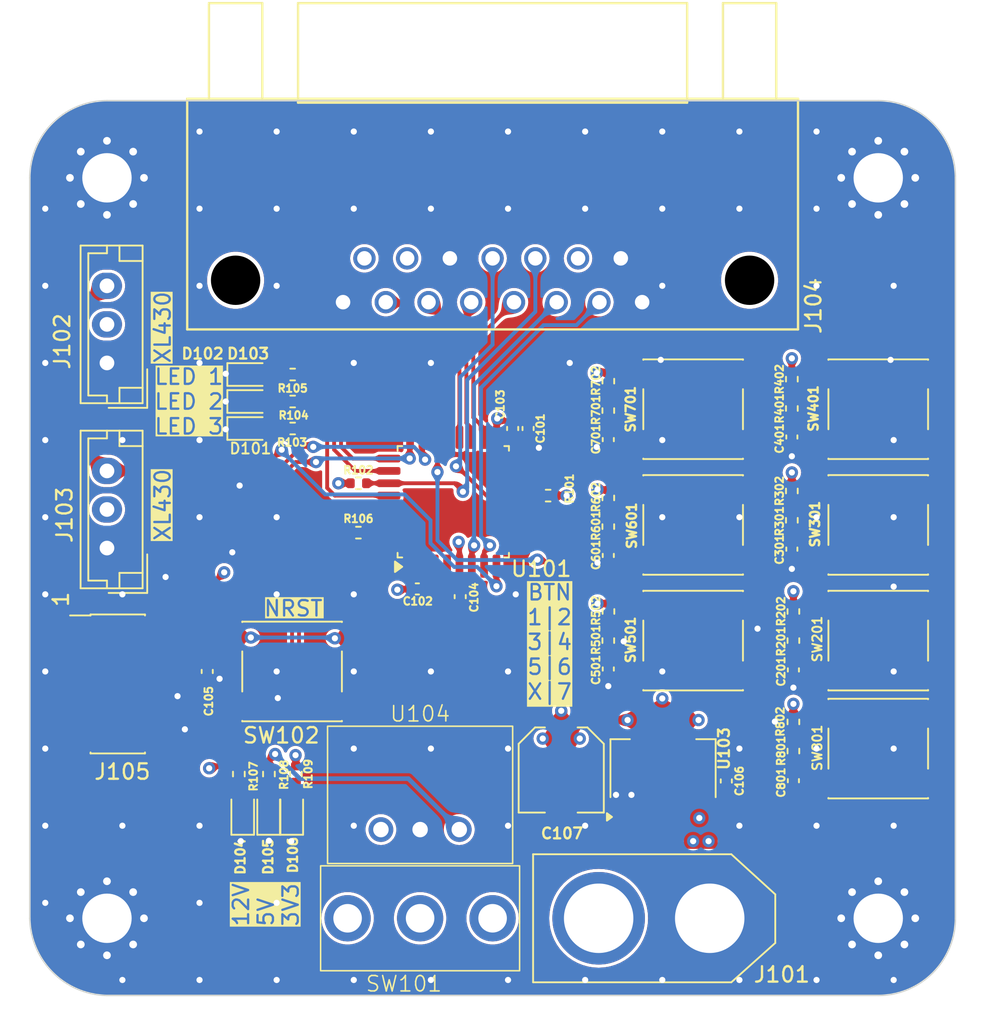
<source format=kicad_pcb>
(kicad_pcb (version 20240108) (generator "pcbnew") (generator_version "8.0")
  (layers (0 "F.Cu" signal) (1 "In1.Cu" signal "In1.Cu - Supply") (2 "In2.Cu" signal "In2.Cu - GND") (31 "B.Cu" signal) (34 "B.Paste" user) (35 "F.Paste" user) (36 "B.SilkS" user "B.Silkscreen") (37 "F.SilkS" user "F.Silkscreen") (38 "B.Mask" user) (39 "F.Mask" user) (44 "Edge.Cuts" user))
  (net 0 "")
  (net 1 "+3.3V")
  (net 2 "GND")
  (net 3 "NRST")
  (net 4 "+5V")
  (net 5 "BTN_1")
  (net 6 "BTN_2")
  (net 7 "BTN_3")
  (net 8 "BTN_4")
  (net 9 "BTN_5")
  (net 10 "BTN_6")
  (net 11 "BTN_7")
  (net 12 "Net-(D101-A)")
  (net 13 "Net-(D102-A)")
  (net 14 "Net-(D103-A)")
  (net 15 "Net-(D104-A)")
  (net 16 "Net-(D105-A)")
  (net 17 "Net-(D106-A)")
  (net 18 "Net-(J101-Pin_2)")
  (net 19 "+12V")
  (net 20 "UART_HD_XL430")
  (net 21 "PWM_TIM2_CH2")
  (net 22 "I2C_SCL")
  (net 23 "PWM_TIM1_CH2")
  (net 24 "PWM_TIM2_CH1")
  (net 25 "PWM_TIM1_CH4")
  (net 26 "PWM_TIM1_CH1")
  (net 27 "I2C_SDA")
  (net 28 "PWM_TIM1_CH3")
  (net 30 "UART_DEBUG_RX")
  (net 31 "SWDIO")
  (net 33 "UART_DEBUG_TX")
  (net 35 "SWCLK")
  (net 38 "LED1")
  (net 39 "LED2")
  (net 40 "LED3")
  (net 41 "Net-(U101-PH3)")
  (net 42 "Net-(SW201-A)")
  (net 43 "Net-(SW301-A)")
  (net 44 "Net-(SW401-A)")
  (net 45 "Net-(SW501-A)")
  (net 46 "Net-(SW601-A)")
  (net 47 "Net-(SW701-A)")
  (net 48 "Net-(SW801-A)")
  (footprint "Resistor_SMD:R_0402_1005Metric" (layer "F.Cu") (at 154.5 78.11 -90)
    (property "Reference" "R202")
    (property "Value" "10k")
  )
  (footprint "Button_Switch_SMD:SW_Push_1P1T_NO_6x6mm_H9.5mm" (layer "F.Cu") (at 148 72.5)
    (property "Reference" "SW601")
    (property "Value" "SW_SPST" (hide yes))
  )
  (footprint "Button_Switch_SMD:SW_Push_1P1T_NO_6x6mm_H9.5mm" (layer "F.Cu") (at 160 65)
    (property "Reference" "SW401")
    (property "Value" "SW_SPST" (hide yes))
  )
  (footprint "Resistor_SMD:R_0402_1005Metric" (layer "F.Cu") (at 142.5 70.75 -90)
    (property "Reference" "R602")
    (property "Value" "10k")
  )
  (footprint "Button_Switch_SMD:SW_Push_1P1T_NO_6x6mm_H9.5mm" (layer "F.Cu") (at 122 82)
    (property "Reference" "SW102")
    (property "Value" "SW_SPST")
  )
  (footprint "Package_TO_SOT_SMD:SOT-223-3_TabPin2" (layer "F.Cu") (at 146.05 88.3 90)
    (property "Reference" "U103")
    (property "Value" "AZ1117-3.3")
  )
  (footprint "Capacitor_SMD:C_0402_1005Metric" (layer "F.Cu") (at 137.3 66.25 -90)
    (property "Reference" "C101")
    (property "Value" "4u7")
  )
  (footprint "Resistor_SMD:R_0402_1005Metric" (layer "F.Cu") (at 122.25 88.65 -90)
    (property "Reference" "R109")
    (property "Value" "820")
  )
  (footprint "Resistor_SMD:R_0402_1005Metric" (layer "F.Cu") (at 122.0375 66.25 180)
    (property "Reference" "R103")
    (property "Value" "82")
  )
  (footprint "Capacitor_SMD:C_0402_1005Metric" (layer "F.Cu") (at 136.3 66.25 -90)
    (property "Reference" "C103")
    (property "Value" "100n")
  )
  (footprint "LED_SMD:LED_0603_1608Metric" (layer "F.Cu") (at 119.2875 64.5)
    (property "Reference" "D102")
    (property "Value" "BLUE_LED")
  )
  (footprint "Capacitor_SMD:C_0402_1005Metric" (layer "F.Cu") (at 154.5 81.9 -90)
    (property "Reference" "C201")
    (property "Value" "10n")
  )
  (footprint "Connector_PinHeader_1.27mm:PinHeader_2x07_P1.27mm_Vertical_SMD" (layer "F.Cu") (at 110.7 82.81)
    (property "Reference" "J105")
    (property "Value" "Conn_ST_STDC14")
  )
  (footprint "Capacitor_SMD:C_0402_1005Metric" (layer "F.Cu") (at 132.9 77.15 -90)
    (property "Reference" "C104")
    (property "Value" "100n")
  )
  (footprint "Capacitor_SMD:C_Elec_5x5.4" (layer "F.Cu") (at 139.45 88.3875 -90)
    (property "Reference" "C107")
    (property "Value" "22u")
  )
  (footprint "Button_Switch_SMD:SW_Push_1P1T_NO_6x6mm_H9.5mm" (layer "F.Cu") (at 148 65)
    (property "Reference" "SW701")
    (property "Value" "SW_SPST")
  )
  (footprint "MountingHole:MountingHole_3.2mm_M3_Pad_Via" (layer "F.Cu") (at 160 50)
    (property "Reference" "H102" (hide yes))
    (property "Value" "MountingHole_Pad")
  )
  (footprint "Capacitor_SMD:C_0402_1005Metric" (layer "F.Cu") (at 150.15 89.1 90)
    (property "Reference" "C106")
    (property "Value" "10u")
  )
  (footprint "LED_SMD:LED_0603_1608Metric" (layer "F.Cu") (at 120.48 91.1 90)
    (property "Reference" "D105")
    (property "Value" "RED_LED")
  )
  (footprint "Capacitor_SMD:C_0402_1005Metric" (layer "F.Cu") (at 154.4 66.8 -90)
    (property "Reference" "C401")
    (property "Value" "10n")
  )
  (footprint "MountingHole:MountingHole_3.2mm_M3_Pad_Via" (layer "F.Cu") (at 110 98)
    (property "Reference" "H103" (hide yes))
    (property "Value" "MountingHole_Pad" (hide yes))
  )
  (footprint "Resistor_SMD:R_0402_1005Metric" (layer "F.Cu") (at 126.3 73 180)
    (property "Reference" "R106")
    (property "Value" "100k")
  )
  (footprint "LED_SMD:LED_0603_1608Metric" (layer "F.Cu") (at 119.2875 66.25)
    (property "Reference" "D101")
    (property "Value" "BLUE_LED")
  )
  (footprint "Resistor_SMD:R_0402_1005Metric" (layer "F.Cu") (at 142.5025 63.18 -90)
    (property "Reference" "R702")
    (property "Value" "10k")
  )
  (footprint "Resistor_SMD:R_0402_1005Metric" (layer "F.Cu") (at 122.0375 62.75 180)
    (property "Reference" "R105")
    (property "Value" "82")
  )
  (footprint "Resistor_SMD:R_0402_1005Metric" (layer "F.Cu") (at 142.5 65.09 -90)
    (property "Reference" "R701")
    (property "Value" "10k")
  )
  (footprint "Connector_JST:JST_EH_B3B-EH-A_1x03_P2.50mm_Vertical" (layer "F.Cu") (at 110 74 90)
    (property "Reference" "J103")
    (property "Value" "Conn_01x03")
  )
  (footprint "Resistor_SMD:R_0402_1005Metric" (layer "F.Cu") (at 154.5 80 -90)
    (property "Reference" "R201")
    (property "Value" "10k")
  )
  (footprint "MountingHole:MountingHole_3.2mm_M3_Pad_Via" (layer "F.Cu") (at 110 50)
    (property "Reference" "H101" (hide yes))
    (property "Value" "MountingHole_Pad")
  )
  (footprint "mylib:472123010111" (layer "F.Cu") (at 130.3 98)
    (property "Reference" "SW101")
    (property "Value" "SW_SPDT")
  )
  (footprint "LED_SMD:LED_0603_1608Metric" (layer "F.Cu") (at 118.8 91.1 90)
    (property "Reference" "D104")
    (property "Value" "RED_LED")
  )
  (footprint "Resistor_SMD:R_0402_1005Metric" (layer "F.Cu") (at 154.4 70.3 -90)
    (property "Reference" "R302")
    (property "Value" "10k")
  )
  (footprint "Resistor_SMD:R_0402_1005Metric" (layer "F.Cu") (at 154.5 87.16 -90)
    (property "Reference" "R801")
    (property "Value" "10k")
  )
  (footprint "Resistor_SMD:R_0402_1005Metric" (layer "F.Cu") (at 154.4 63.05 -90)
    (property "Reference" "R402")
    (property "Value" "10k")
  )
  (footprint "Capacitor_SMD:C_0402_1005Metric" (layer "F.Cu") (at 142.5 81.84 -90)
    (property "Reference" "C501")
    (property "Value" "10n")
  )
  (footprint "Capacitor_SMD:C_0402_1005Metric" (layer "F.Cu") (at 154.5 89.08 -90)
    (property "Reference" "C801")
    (property "Value" "10n")
  )
  (footprint "Library:173010542" (layer "F.Cu") (at 130.3 92.25)
    (property "Reference" "U104")
    (property "Value" "173010542")
  )
  (footprint "LED_SMD:LED_0603_1608Metric" (layer "F.Cu") (at 121.98 91.1 90)
    (property "Reference" "D106")
    (property "Value" "RED_LED")
  )
  (footprint "Resistor_SMD:R_0402_1005Metric" (layer "F.Cu") (at 120.5 88.65 -90)
    (property "Reference" "R108")
    (property "Value" "1k6")
  )
  (footprint "Resistor_SMD:R_0402_1005Metric" (layer "F.Cu") (at 142.51 78.11 -90)
    (property "Reference" "R502")
    (property "Value" "10k")
  )
  (footprint "Resistor_SMD:R_0402_1005Metric" (layer "F.Cu") (at 154.5 85.27 -90)
    (property "Reference" "R802")
    (property "Value" "10k")
  )
  (footprint "Package_QFP:LQFP-32_7x7mm_P0.8mm" (layer "F.Cu") (at 132.45 71 90)
    (property "Reference" "U101")
    (property "Value" "STM32L412KBTx")
  )
  (footprint "Resistor_SMD:R_0402_1005Metric" (layer "F.Cu") (at 142.5 80 -90)
    (property "Reference" "R501")
    (property "Value" "10k")
  )
  (footprint "LED_SMD:LED_0603_1608Metric" (layer "F.Cu") (at 119.2875 62.75)
    (property "Reference" "D103")
    (property "Value" "BLUE_LED")
  )
  (footprint "Resistor_SMD:R_0402_1005Metric" (layer "F.Cu") (at 154.4 72.2 -90)
    (property "Reference" "R301")
    (property "Value" "10k")
  )
  (footprint "Resistor_SMD:R_0402_1005Metric" (layer "F.Cu") (at 154.4 64.95 -90)
    (property "Reference" "R401")
    (property "Value" "10k")
  )
  (footprint "Resistor_SMD:R_0402_1005Metric" (layer "F.Cu") (at 118.55 88.65 -90)
    (property "Reference" "R107")
    (property "Value" "5k1")
  )
  (footprint "Connector_AMASS:AMASS_XT60-M_1x02_P7.20mm_Vertical" (layer "F.Cu") (at 149.075 98 180)
    (property "Reference" "J101")
    (property "Value" "Conn_01x02")
  )
  (footprint "Button_Switch_SMD:SW_Push_1P1T_NO_6x6mm_H9.5mm" (layer "F.Cu") (at 160 87)
    (property "Reference" "SW801")
    (property "Value" "SW_SPST")
  )
  (footprint "Capacitor_SMD:C_0402_1005Metric" (layer "F.Cu") (at 154.4 74.07 -90)
    (property "Reference" "C301")
    (property "Value" "10n")
  )
  (footprint "Resistor_SMD:R_0402_1005Metric" (layer "F.Cu") (at 142.5 72.61 -90)
    (property "Reference" "R601")
    (property "Value" "10k")
  )
  (footprint "Button_Switch_SMD:SW_Push_1P1T_NO_6x6mm_H9.5mm" (layer "F.Cu") (at 148 80)
    (property "Reference" "SW501")
    (property "Value" "SW_SPST" (hide yes))
  )
  (footprint "Button_Switch_SMD:SW_Push_1P1T_NO_6x6mm_H9.5mm" (layer "F.Cu") (at 160 80)
    (property "Reference" "SW201")
    (property "Value" "SW_SPST" (hide yes))
  )
  (footprint "Capacitor_SMD:C_0402_1005Metric" (layer "F.Cu") (at 130.12 76.65)
    (property "Reference" "C102")
    (property "Value" "100n")
  )
  (footprint "Resistor_SMD:R_0402_1005Metric" (layer "F.Cu") (at 122.0375 64.5 180)
    (property "Reference" "R104")
    (property "Value" "82")
  )
  (footprint "Button_Switch_SMD:SW_Push_1P1T_NO_6x6mm_H9.5mm" (layer "F.Cu") (at 160 72.5)
    (property "Reference" "SW301")
    (property "Value" "SW_SPST" (hide yes))
  )
  (footprint "Capacitor_SMD:C_0402_1005Metric" (layer "F.Cu") (at 142.5 66.97 -90)
    (property "Reference" "C701")
    (property "Value" "10n")
  )
  (footprint "Resistor_SMD:R_0402_1005Metric" (layer "F.Cu") (at 126.3 69.8)
    (property "Reference" "R102")
    (property "Value" "1k")
  )
  (footprint "MountingHole:MountingHole_3.2mm_M3_Pad_Via" (layer "F.Cu") (at 160 98)
    (property "Reference" "H104" (hide yes))
    (property "Value" "MountingHole_Pad")
  )
  (footprint "libs:CONN15_31321_WRE" (layer "F.Cu") (at 135 45)
    (property "Reference" "J104")
    (property "Value" "Conn_01x15")
  )
  (footprint "Capacitor_SMD:C_0402_1005Metric" (layer "F.Cu") (at 116.5 82 -90)
    (property "Reference" "C105")
    (property "Value" "100n")
  )
  (footprint "Capacitor_SMD:C_0402_1005Metric" (layer "F.Cu") (at 142.5 74.48 -90)
    (property "Reference" "C601")
    (property "Value" "10n")
  )
  (footprint "Resistor_SMD:R_0402_1005Metric" (layer "F.Cu") (at 138.6 70.6 180)
    (property "Reference" "R101")
    (property "Value" "1k")
  )
  (footprint "Connector_JST:JST_EH_B3B-EH-A_1x03_P2.50mm_Vertical" (layer "F.Cu") (at 110 62 90)
    (property "Reference" "J102")
    (property "Value" "Conn_01x03")
  )
  (gr_line (start 165 50) (end 165 98) (stroke (width 0.1)) (layer "Edge.Cuts"))
  (gr_arc (start 110 103) (mid 106.491402 101.508597) (end 105 98) (stroke (width 0.1)) (layer "Edge.Cuts"))
  (gr_arc (start 165 98) (mid 163.535534 101.535534) (end 160 103) (stroke (width 0.1)) (layer "Edge.Cuts"))
  (gr_line (start 160 45) (end 110 45) (stroke (width 0.1)) (layer "Edge.Cuts"))
  (gr_line (start 105 50) (end 105 98) (stroke (width 0.1)) (layer "Edge.Cuts"))
  (gr_arc (start 160 45) (mid 163.535534 46.464466) (end 165 50) (stroke (width 0.1)) (layer "Edge.Cuts"))
  (gr_line (start 110 103) (end 160 103) (stroke (width 0.1)) (layer "Edge.Cuts"))
  (gr_arc (start 105 50) (mid 106.464466 46.464466) (end 110 45) (stroke (width 0.1)) (layer "Edge.Cuts"))
  (gr_text "1" (at 107.6 77.9 90) (layer "F.SilkS") (effects (font (size 1 1)) (justify left bottom)))
  (gr_text "BTN\n1|2\n3|4\n5|6\nX|7" (at 138.7 83.9 0) (layer "F.SilkS" knockout) (effects (font (size 1 1)) (justify bottom)))
  (gr_text "LED 1\nLED 2\nLED 3" (at 113 66.70574 0) (layer "F.SilkS" knockout) (effects (font (size 1 1)) (justify left bottom)))
  (gr_text "12V\n5V\n3V3" (at 122.5 98.6 90) (layer "F.SilkS" knockout) (effects (font (size 1 1)) (justify left bottom)))
  (gr_text "NRST" (at 120.1 78.5 0) (layer "F.SilkS" knockout) (effects (font (size 1 1)) (justify left bottom)))
  (gr_text "XL430" (at 114.2 73.6 90) (layer "F.SilkS" knockout) (effects (font (size 1 1)) (justify left bottom)))
  (gr_text "XL430" (at 114.2 62.1 90) (layer "F.SilkS" knockout) (effects (font (size 1 1)) (justify left bottom)))
  (segment (start 139.475 86.35) (end 139.45 86.325) (width 0.3) (layer "F.Cu") (net 1))
  (segment (start 122.25 88.14) (end 122.25 87.45) (width 0.3) (layer "F.Cu") (net 1))
  (segment (start 132.800343 73.6) (end 132.85 73.649657) (width 0.3) (layer "F.Cu") (net 1))
  (segment (start 146 83.75) (end 146 85.1) (width 0.3) (layer "F.Cu") (net 1))
  (segment (start 140.65 86.35) (end 139.475 86.35) (width 0.3) (layer "F.Cu") (net 1))
  (segment (start 154.5 77.6) (end 154.5 76.8) (width 0.3) (layer "F.Cu") (net 1))
  (segment (start 142.5 70.24) (end 141.84 70.24) (width 0.3) (layer "F.Cu") (net 1))
  (segment (start 132.9 75.225) (end 132.85 75.175) (width 0.3) (layer "F.Cu") (net 1))
  (segment (start 135.555001 65.77) (end 136.3 65.77) (width 0.3) (layer "F.Cu") (net 1))
  (segment (start 154.4 69.79) (end 154.4 69.1) (width 0.3) (layer "F.Cu") (net 1))
  (segment (start 112.555 76.825) (end 110.675 78.705) (width 0.3) (layer "F.Cu") (net 1))
  (segment (start 129.64 76.65) (end 129.64 75.185) (width 0.3) (layer "F.Cu") (net 1))
  (segment (start 128.875 76.65) (end 128.825 76.7) (width 0.3) (layer "F.Cu") (net 1))
  (segment (start 132.85 73.649657) (end 132.85 75.175) (width 0.3) (layer "F.Cu") (net 1))
  (segment (start 116.35 76.825) (end 112.555 76.825) (width 0.3) (layer "F.Cu") (net 1))
  (segment (start 141.8 77.6) (end 142.51 77.6) (width 0.3) (layer "F.Cu") (net 1))
  (segment (start 154.5 84.76) (end 154.5 84.1) (width 0.3) (layer "F.Cu") (net 1))
  (segment (start 146 85.1) (end 146.05 85.15) (width 0.3) (layer "F.Cu") (net 1))
  (segment (start 139.45 86.325) (end 140.625 85.15) (width 0.5) (layer "F.Cu") (net 1))
  (segment (start 142.4825 62.65) (end 142.5025 62.67) (width 0.3) (layer "F.Cu") (net 1))
  (segment (start 140.625 85.15) (end 143.75 85.15) (width 0.5) (layer "F.Cu") (net 1))
  (segment (start 141.75 62.65) (end 142.4825 62.65) (width 0.3) (layer "F.Cu") (net 1))
  (segment (start 139.45 86.325) (end 139.45 84.55) (width 0.5) (layer "F.Cu") (net 1))
  (segment (start 138.25 86.35) (end 139.425 86.35) (width 0.3) (layer "F.Cu") (net 1))
  (segment (start 146.05 85.15) (end 146.05 91.45) (width 0.5) (layer "F.Cu") (net 1))
  (segment (start 125 69.8) (end 125.79 69.8) (width 0.3) (layer "F.Cu") (net 1))
  (segment (start 109.955 80.27) (end 108.75 80.27) (width 0.3) (layer "F.Cu") (net 1))
  (segment (start 148.35 85.15) (end 146.05 85.15) (width 0.3) (layer "F.Cu") (net 1))
  (segment (start 129.64 76.65) (end 128.875 76.65) (width 0.3) (layer "F.Cu") (net 1))
  (segment (start 132.9 76.67) (end 132.9 75.225) (width 0.3) (layer "F.Cu") (net 1))
  (segment (start 135.25 66.825) (end 135.25 66.075001) (width 0.3) (layer "F.Cu") (net 1))
  (segment (start 143.75 85.15) (end 146.05 85.15) (width 0.5) (layer "F.Cu") (net 1))
  (segment (start 154.4 62.54) (end 154.4 61.7) (width 0.3) (layer "F.Cu") (net 1))
  (segment (start 141.84 70.24) (end 141.8 70.2) (width 0.3) (layer "F.Cu") (net 1))
  (segment (start 122.25 87.45) (end 122.225 87.425) (width 0.3) (layer "F.Cu") (net 1))
  (segment (start 110.675 78.705) (end 110.675 79.55) (width 0.3) (layer "F.Cu") (net 1))
  (segment (start 135.25 66.075001) (end 135.3 65.6) (width 0.3) (layer "F.Cu") (net 1))
  (segment (start 129.64 75.185) (end 129.65 75.175) (width 0.3) (layer "F.Cu") (net 1))
  (segment (start 139.11 70.6) (end 139.8 70.6) (width 0.3) (layer "F.Cu") (net 1))
  (segment (start 137.3 65.77) (end 136.3 65.77) (width 0.3) (layer "F.Cu") (net 1))
  (segment (start 117.6 75.575) (end 116.35 76.825) (width 0.3) (layer "F.Cu") (net 1))
  (segment (start 135.3 65.6) (end 135.555001 65.77) (width 0.3) (layer "F.Cu") (net 1))
  (segment (start 139.425 86.35) (end 139.45 86.325) (width 0.3) (layer "F.Cu") (net 1))
  (segment (start 110.675 79.55) (end 109.955 80.27) (width 0.3) (layer "F.Cu") (net 1))
  (via (at 122.225 87.425) (size 0.8) (drill 0.4) (layers "F.Cu" "B.Cu") (net 1))
  (via (at 141.8 77.6) (size 0.8) (drill 0.4) (layers "F.Cu" "B.Cu") (net 1))
  (via (at 128.825 76.7) (size 0.8) (drill 0.4) (layers "F.Cu" "B.Cu") (net 1))
  (via (at 154.4 69.1) (size 0.8) (drill 0.4) (layers "F.Cu" "B.Cu") (net 1))
  (via (at 117.6 75.575) (size 0.8) (drill 0.4) (layers "F.Cu" "B.Cu") (net 1))
  (via (at 135.3 65.6) (size 0.8) (drill 0.4) (layers "F.Cu" "B.Cu") (net 1))
  (via (at 154.4 61.7) (size 0.8) (drill 0.4) (layers "F.Cu" "B.Cu") (net 1))
  (via (at 154.5 84.1) (size 0.8) (drill 0.4) (layers "F.Cu" "B.Cu") (net 1))
  (via (at 143.75 85.15) (size 0.8) (drill 0.4) (layers "F.Cu" "B.Cu") (net 1))
  (via (at 146 83.75) (size 0.8) (drill 0.4) (layers "F.Cu" "B.Cu") (net 1))
  (via (at 141.8 70.2) (size 0.8) (drill 0.4) (layers "F.Cu" "B.Cu") (net 1))
  (via (at 139.45 84.55) (size 0.8) (drill 0.4) (layers "F.Cu" "B.Cu") (net 1))
  (via (at 140.65 86.35) (size 0.8) (drill 0.4) (layers "F.Cu" "B.Cu") (net 1))
  (via (at 141.75 62.65) (size 0.8) (drill 0.4) (layers "F.Cu" "B.Cu") (net 1))
  (via (at 148.35 85.15) (size 0.8) (drill 0.4) (layers "F.Cu" "B.Cu") (net 1))
  (via (at 139.8 70.6) (size 0.8) (drill 0.4) (layers "F.Cu" "B.Cu") (net 1))
  (via (at 132.800343 73.6) (size 0.8) (drill 0.4) (layers "F.Cu" "B.Cu") (net 1))
  (via (at 138.25 86.35) (size 0.8) (drill 0.4) (layers "F.Cu" "B.Cu") (net 1))
  (via (at 154.5 76.8) (size 0.8) (drill 0.4) (layers "F.Cu" "B.Cu") (net 1))
  (via (at 125 69.8) (size 0.8) (drill 0.4) (layers "F.Cu" "B.Cu") (net 1))
  (segment (start 142.5 74.96) (end 141.81 74.96) (width 0.25) (layer "F.Cu") (net 2))
  (segment (start 154.4 74.55) (end 154.4 75.35) (width 0.25) (layer "F.Cu") (net 2))
  (segment (start 142.5 67.45) (end 141.75 67.45) (width 0.25) (layer "F.Cu") (net 2))
  (segment (start 154.5 82.38) (end 154.5 83.05) (width 0.25) (layer "F.Cu") (net 2))
  (segment (start 141.81 74.96) (end 141.8 74.95) (width 0.25) (layer "F.Cu") (net 2))
  (segment (start 154.4 67.28) (end 154.4 68.05) (width 0.25) (layer "F.Cu") (net 2))
  (segment (start 142.5 82.32) (end 142.5 82.95) (width 0.25) (layer "F.Cu") (net 2))
  (via (at 111 92) (size 0.8) (drill 0.4) (layers "F.Cu" "B.Cu") (net 2))
  (via (at 126 77) (size 0.8) (drill 0.4) (layers "F.Cu" "B.Cu") (net 2))
  (via (at 140 62) (size 0.8) (drill 0.4) (layers "F.Cu" "B.Cu") (net 2))
  (via (at 116 72) (size 0.8) (drill 0.4) (layers "F.Cu" "B.Cu") (net 2))
  (via (at 146 72) (size 0.8) (drill 0.4) (layers "F.Cu" "B.Cu") (net 2))
  (via (at 146 67) (size 0.8) (drill 0.4) (layers "F.Cu" "B.Cu") (net 2))
  (via (at 126 82) (size 0.8) (drill 0.4) (layers "F.Cu" "B.Cu") (net 2))
  (via (at 131 87) (size 0.8) (drill 0.4) (layers "F.Cu" "B.Cu") (net 2))
  (via (at 117.7 66.3) (size 0.8) (drill 0.4) (layers "F.Cu" "B.Cu") (net 2))
  (via (at 136 92) (size 0.8) (drill 0.4) (layers "F.Cu" "B.Cu") (net 2))
  (via (at 151 47) (size 0.8) (drill 0.4) (layers "F.Cu" "B.Cu") (net 2))
  (via (at 136 82) (size 0.8) (drill 0.4) (layers "F.Cu" "B.Cu") (net 2))
  (via (at 156 57) (size 0.8) (drill 0.4) (layers "F.Cu" "B.Cu") (net 2))
  (via (at 106 57) (size 0.8) (drill 0.4) (layers "F.Cu" "B.Cu") (net 2))
  (via (at 131 47) (size 0.8) (drill 0.4) (layers "F.Cu" "B.Cu") (net 2))
  (via (at 156 102) (size 0.8) (drill 0.4) (layers "F.Cu" "B.Cu") (net 2))
  (via (at 116 52) (size 0.8) (drill 0.4) (layers "F.Cu" "B.Cu") (net 2))
  (via (at 136 102) (size 0.8) (drill 0.4) (layers "F.Cu" "B.Cu") (net 2))
  (via (at 106 67) (size 0.8) (drill 0.4) (layers "F.Cu" "B.Cu") (net 2))
  (via (at 156 92) (size 0.8) (drill 0.4) (layers "F.Cu" "B.Cu") (net 2))
  (via (at 121.075 83.725) (size 0.8) (drill 0.4) (layers "F.Cu" "B.Cu") (net 2))
  (via (at 161 82) (size 0.8) (drill 0.4) (layers "F.Cu" "B.Cu") (net 2))
  (via (at 121 47) (size 0.8) (drill 0.4) (layers "F.Cu" "B.Cu") (net 2))
  (via (at 136.5 77) (size 0.8) (drill 0.4) (layers "F.Cu" "B.Cu") (net 2))
  (via (at 146 52) (size 0.8) (drill 0.4) (layers "F.Cu" "B.Cu") (net 2))
  (via (at 161 102) (size 0.8) (drill 0.4) (layers "F.Cu" "B.Cu") (net 2))
  (via (at 106 72) (size 0.8) (drill 0.4) (layers "F.Cu" "B.Cu") (net 2))
  (via (at 156 47) (size 0.8) (drill 0.4) (layers "F.Cu" "B.Cu") (net 2))
  (via (at 126 102) (size 0.8) (drill 0.4) (layers "F.Cu" "B.Cu") (net 2))
  (via (at 136 52) (size 0.8) (drill 0.4) (layers "F.Cu" "B.Cu") (net 2))
  (via (at 120.5 92.975) (size 0.8) (drill 0.4) (layers "F.Cu" "B.Cu") (net 2))
  (via (at 126 62) (size 0.8) (drill 0.4) (layers "F.Cu" "B.Cu") (net 2))
  (via (at 143 90) (size 0.8) (drill 0.4) (layers "F.Cu" "B.Cu") (net 2))
  (via (at 156 72) (size 0.8) (drill 0.4) (layers "F.Cu" "B.Cu") (net 2))
  (via (at 141 47) (size 0.8) (drill 0.4) (layers "F.Cu" "B.Cu") (net 2))
  (via (at 111 77) (size 0.8) (drill 0.4) (layers "F.Cu" "B.Cu") (net 2))
  (via (at 151 92) (size 0.8) (drill 0.4) (layers "F.Cu" "B.Cu") (net 2))
  (via (at 118.675 93) (size 0.8) (drill 0.4) (layers "F.Cu" "B.Cu") (net 2))
  (via (at 131 52) (size 0.8) (drill 0.4) (layers "F.Cu" "B.Cu") (net 2))
  (via (at 117.3 82.475) (size 0.8) (drill 0.4) (layers "F.Cu" "B.Cu") (net 2))
  (via (at 146 57) (size 0.8) (drill 0.4) (layers "F.Cu" "B.Cu") (net 2))
  (via (at 143.5 80.05) (size 0.8) (drill 0.4) (layers "F.Cu" "B.Cu") (net 2))
  (via (at 121 102) (size 0.8) (drill 0.4) (layers "F.Cu" "B.Cu") (net 2))
  (via (at 118.6 69.95) (size 0.8) (drill 0.4) (layers "F.Cu" "B.Cu") (net 2))
  (via (at 121 52) (size 0.8) (drill 0.4) (layers "F.Cu" "B.Cu") (net 2))
  (via (at 151 87) (size 0.8) (drill 0.4) (layers "F.Cu" "B.Cu") (net 2))
  (via (at 121 57) (size 0.8) (drill 0.4) (layers "F.Cu" "B.Cu") (net 2))
  (via (at 106 62) (size 0.8) (drill 0.4) (layers "F.Cu" "B.Cu") (net 2))
  (via (at 126 52) (size 0.8) (drill 0.4) (layers "F.Cu" "B.Cu") (net 2))
  (via (at 131 62) (size 0.8) (drill 0.4) (layers "F.Cu" "B.Cu") (net 2))
  (via (at 161 76.5) (size 0.8) (drill 0.4) (layers "F.Cu" "B.Cu") (net 2))
  (via (at 136 47) (size 0.8) (drill 0.4) (layers "F.Cu" "B.Cu") (net 2))
  (via (at 106 77) (size 0.8) (drill 0.4) (layers "F.Cu" "B.Cu") (net 2))
  (via (at 116 67) (size 0.8) (drill 0.4) (layers "F.Cu" "B.Cu") (net 2))
  (via (at 111 67) (size 0.8) (drill 0.4) (layers "F.Cu" "B.Cu") (net 2))
  (via (at 161 57) (size 0.8) (drill 0.4) (layers "F.Cu" "B.Cu") (net 2))
  (via (at 160.8 61.8) (size 0.8) (drill 0.4) (layers "F.Cu" "B.Cu") (net 2))
  (via (at 151 72) (size 0.8) (drill 0.4) (layers "F.Cu" "B.Cu") (net 2))
  (via (at 146 82) (size 0.8) (drill 0.4) (layers "F.Cu" "B.Cu") (net 2))
  (via (at 121.95 93) (size 0.8) (drill 0.4) (layers "F.Cu" "B.Cu") (net 2))
  (via (at 161 87) (size 0.8) (drill 0.4) (layers "F.Cu" "B.Cu") (net 2))
  (via (at 146 47) (size 0.8) (drill 0.4) (layers "F.Cu" "B.Cu") (net 2))
  (via (at 154.4 75.35) (size 0.8) (drill 0.4) (layers "F.Cu" "B.Cu") (net 2))
  (via (at 154.5 83.05) (size 0.8) (drill 0.4) (layers "F.Cu" "B.Cu") (net 2))
  (via (at 136 87) (size 0.8) (drill 0.4) (layers "F.Cu" "B.Cu") (net 2))
  (via (at 121 77) (size 0.8) (drill 0.4) (layers "F.Cu" "B.Cu") (net 2))
  (via (at 153.3 85.25) (size 0.8) (drill 0.4) (layers "F.Cu" "B.Cu") (net 2))
  (via (at 156 52) (size 0.8) (drill 0.4) (layers "F.Cu" "B.Cu") (net 2))
  (via (at 106 87) (size 0.8) (drill 0.4) (layers "F.Cu" "B.Cu") (net 2))
  (via (at 113.8 75.875) (size 0.8) (drill 0.4) (layers "F.Cu" "B.Cu") (net 2))
  (via (at 151 52) (size 0.8) (drill 0.4) (layers "F.Cu" "B.Cu") (net 2))
  (via (at 116 92) (size 0.8) (drill 0.4) (layers "F.Cu" "B.Cu") (net 2))
  (via (at 106 97) (size 0.8) (drill 0.4) (layers "F.Cu" "B.Cu") (net 2))
  (via (at 142.5 82.95) (size 0.8) (drill 0.4) (layers "F.Cu" "B.Cu") (net 2))
  (via (at 116 57) (size 0.8) (drill 0.4) (layers "F.Cu" "B.Cu") (net 2))
  (via (at 141 92) (size 0.8) (drill 0.4) (layers "F.Cu" "B.Cu") (net 2))
  (via (at 138 67.5) (size 0.8) (drill 0.4) (layers "F.Cu" "B.Cu") (net 2))
  (via (at 144 90) (size 0.8) (drill 0.4) (layers "F.Cu" "B.Cu") (net 2))
  (via (at 111 102) (size 0.8) (drill 0.4) (layers "F.Cu" "B.Cu") (net 2))
  (via (at 131 102) (size 0.8) (drill 0.4) (layers "F.Cu" "B.Cu") (net 2))
  (via (at 117.7 62.7) (size 0.8) (drill 0.4) (layers "F.Cu" "B.Cu") (net 2))
  (via (at 131 82) (size 0.8) (drill 0.4) (layers "F.Cu" "B.Cu") (net 2))
  (via (at 116 62) (size 0.8) (drill 0.4) (layers "F.Cu" "B.Cu") (net 2))
  (via (at 141 102) (size 0.8) (drill 0.4) (layers "F.Cu" "B.Cu") (net 2))
  (via (at 116 47) (size 0.8) (drill 0.4) (layers "F.Cu" "B.Cu") (net 2))
  (via (at 126 87) (size 0.8) (drill 0.4) (layers "F.Cu" "B.Cu") (net 2))
  (via (at 106 92) (size 0.8) (drill 0.4) (layers "F.Cu" "B.Cu") (net 2))
  (via (at 126 92) (size 0.8) (drill 0.4) (layers "F.Cu" "B.Cu") (net 2))
  (via (at 161 72) (size 0.8) (drill 0.4) (layers "F.Cu" "B.Cu") (net 2))
  (via (at 106 52) (size 0.8) (drill 0.4) (layers "F.Cu" "B.Cu") (net 2))
  (via (at 116 102) (size 0.8) (drill 0.4) (layers "F.Cu" "B.Cu") (net 2))
  (via (at 161 67) (size 0.8) (drill 0.4) (layers "F.Cu" "B.Cu") (net 2))
  (via (at 146 102) (size 0.8) (drill 0.4) (layers "F.Cu" "B.Cu") (net 2))
  (via (at 126 47) (size 0.8) (drill 0.4) (layers "F.Cu" "B.Cu") (net 2))
  (via (at 156 87) (size 0.8) (drill 0.4) (layers "F.Cu" "B.Cu") (net 2))
  (via (at 152.175 79.225) (size 0.8) (drill 0.4) (layers "F.Cu" "B.Cu") (net 2))
  (via (at 115.05 85.75) (size 0.8) (drill 0.4) (layers "F.Cu" "B.Cu") (net 2))
  (via (at 118.125 74.275) (size 0.8) (drill 0.4) (layers "F.Cu" "B.Cu") (net 2))
  (via (at 121 82) (size 0.8) (drill 0.4) (layers "F.Cu" "B.Cu") (net 2))
  (via (at 161 92) (size 0.8) (drill 0.4) (layers "F.Cu" "B.Cu") (net 2))
  (via (at 154.4 68.05) (size 0.8) (drill 0.4) (layers "F.Cu" "B.Cu") (net 2))
  (via (at 145.9 61.8) (size 0.8) (drill 0.4) (layers "F.Cu" "B.Cu") (net 2))
  (via (at 114.575 83.6) (size 0.8) (drill 0.4) (layers "F.Cu" "B.Cu") (net 2))
  (via (at 121 72) (size 0.8) (drill 0.4) (layers "F.Cu" "B.Cu") (net 2))
  (via (at 151 102) (size 0.8) (drill 0.4) (layers "F.Cu" "B.Cu") (net 2))
  (via (at 141 52) (size 0.8) (drill 0.4) (layers "F.Cu" "B.Cu") (net 2))
  (via (at 121 97) (size 0.8) (drill 0.4) (layers "F.Cu" "B.Cu") (net 2))
  (via (at 106 82) (size 0.8) (drill 0.4) (layers "F.Cu" "B.Cu") (net 2))
  (via (at 116 97) (size 0.8) (drill 0.4) (layers "F.Cu" "B.Cu") (net 2))
  (via (at 117.7 64.5) (size 0.8) (drill 0.4) (layers "F.Cu" "B.Cu") (net 2))
  (via (at 141.75 67.45) (size 0.8) (drill 0.4) (layers "F.Cu" "B.Cu") (net 2))
  (via (at 141.8 74.95) (size 0.8) (drill 0.4) (layers "F.Cu" "B.Cu") (net 2))
  (segment (start 118.025 79.75) (end 119.275 79.75) (width 0.25) (layer "F.Cu") (net 3))
  (segment (start 116.5 81.52) (end 116.190001 81.52) (width 0.25) (layer "F.Cu") (net 3))
  (segment (start 119.275 79.75) (end 119.325 79.8) (width 0.25) (layer "F.Cu") (net 3))
  (segment (start 124.775 79.85) (end 125.875 79.85) (width 0.25) (layer "F.Cu") (net 3))
  (segment (start 132.05 77.575) (end 132.05 75.175) (width 0.25) (layer "F.Cu") (net 3))
  (segment (start 129.875 79.75) (end 132.05 77.575) (width 0.25) (layer "F.Cu") (net 3))
  (segment (start 116.190001 81.52) (end 115.55 82.160001) (width 0.25) (layer "F.Cu") (net 3))
  (segment (start 115.55 82.160001) (end 115.55 83.85) (width 0.25) (layer "F.Cu") (net 3))
  (segment (start 125.875 79.85) (end 125.975 79.75) (width 0.25) (layer "F.Cu") (net 3))
  (segment (start 116.5 81.275) (end 118.025 79.75) (width 0.25) (layer "F.Cu") (net 3))
  (segment (start 115.55 83.85) (end 114.05 85.35) (width 0.25) (layer "F.Cu") (net 3))
  (segment (start 125.975 79.75) (end 129.875 79.75) (width 0.25) (layer "F.Cu") (net 3))
  (segment (start 114.05 85.35) (end 112.65 85.35) (width 0.25) (layer "F.Cu") (net 3))
  (segment (start 116.5 81.52) (end 116.5 81.275) (width 0.25) (layer "F.Cu") (net 3))
  (via (at 124.775 79.85) (size 0.8) (drill 0.4) (layers "F.Cu" "B.Cu") (net 3))
  (via (at 119.325 79.8) (size 0.8) (drill 0.4) (layers "F.Cu" "B.Cu") (net 3))
  (segment (start 119.325 79.8) (end 124.725 79.8) (width 0.25) (layer "B.Cu") (net 3))
  (segment (start 124.725 79.8) (end 124.775 79.85) (width 0.25) (layer "B.Cu") (net 3))
  (segment (start 148.3 91.5) (end 148.35 91.45) (width 0.3) (layer "F.Cu") (net 4))
  (segment (start 150.15 89.58) (end 150.15 89.65) (width 0.3) (layer "F.Cu") (net 4))
  (segment (start 148.4 91.5) (end 148.3 91.5) (width 0.3) (layer "F.Cu") (net 4))
  (segment (start 120.5 87.75) (end 120.9 87.35) (width 0.3) (layer "F.Cu") (net 4))
  (segment (start 120.5 88.14) (end 120.5 87.75) (width 0.3) (layer "F.Cu") (net 4))
  (segment (start 148.4 91.4) (end 148.4 91.5) (width 0.3) (layer "F.Cu") (net 4))
  (segment (start 150.15 89.65) (end 148.4 91.4) (width 0.3) (layer "F.Cu") (net 4))
  (via (at 148 93) (size 0.8) (drill 0.4) (layers "F.Cu" "B.Cu") (net 4))
  (via (at 148.4 91.5) (size 0.8) (drill 0.4) (layers "F.Cu" "B.Cu") (net 4))
  (via (at 120.9 87.35) (size 0.8) (drill 0.4) (layers "F.Cu" "B.Cu") (net 4))
  (via (at 149 93) (size 0.8) (drill 0.4) (layers "F.Cu" "B.Cu") (net 4))
  (segment (start 122.5 88.95) (end 129.54 88.95) (width 0.3) (layer "B.Cu") (net 4))
  (segment (start 120.9 87.35) (end 122.5 88.95) (width 0.3) (layer "B.Cu") (net 4))
  (segment (start 129.54 88.95) (end 132.84 92.25) (width 0.3) (layer "B.Cu") (net 4))
  (segment (start 138.2 69) (end 136.625 69) (width 0.25) (layer "F.Cu") (net 5))
  (segment (start 142.5 66.49) (end 142.5 65.6) (width 0.25) (layer "F.Cu") (net 5))
  (segment (start 142.5 66.49) (end 140.71 66.49) (width 0.25) (layer "F.Cu") (net 5))
  (segment (start 140.71 66.49) (end 138.2 69) (width 0.25) (layer "F.Cu") (net 5))
  (segment (start 138.036396 69.8) (end 139.136396 68.7) (width 0.25) (layer "F.Cu") (net 6))
  (segment (start 150.94 65.46) (end 154.4 65.46) (width 0.25) (layer "F.Cu") (net 6))
  (segment (start 136.625 69.8) (end 138.036396 69.8) (width 0.25) (layer "F.Cu") (net 6))
  (segment (start 154.4 66.32) (end 154.4 65.46) (width 0.25) (layer "F.Cu") (net 6))
  (segment (start 147.7 68.7) (end 150.94 65.46) (width 0.25) (layer "F.Cu") (net 6))
  (segment (start 139.136396 68.7) (end 147.7 68.7) (width 0.25) (layer "F.Cu") (net 6))
  (segment (start 142.5 74) (end 142.5 73.12) (width 0.25) (layer "F.Cu") (net 7))
  (segment (start 136.625 71.4) (end 140.78 71.4) (width 0.25) (layer "F.Cu") (net 7))
  (segment (start 140.78 71.4) (end 142.5 73.12) (width 0.25) (layer "F.Cu") (net 7))
  (segment (start 141.55 76.1) (end 148 76.1) (width 0.25) (layer "F.Cu") (net 8))
  (segment (start 154.4 72.71) (end 154.4 73.59) (width 0.25) (layer "F.Cu") (net 8))
  (segment (start 136.625 72.2) (end 137.65 72.2) (width 0.25) (layer "F.Cu") (net 8))
  (segment (start 148 76.1) (end 150.8 73.3) (width 0.25) (layer "F.Cu") (net 8))
  (segment (start 137.65 72.2) (end 141.55 76.1) (width 0.25) (layer "F.Cu") (net 8))
  (segment (start 154.11 73.3) (end 154.4 73.59) (width 0.25) (layer "F.Cu") (net 8))
  (segment (start 150.8 73.3) (end 154.11 73.3) (width 0.25) (layer "F.Cu") (net 8))
  (segment (start 142.5 80.51) (end 142.5 81.36) (width 0.25) (layer "F.Cu") (net 9))
  (segment (start 137.977208 73.8) (end 141.075 76.897792) (width 0.25) (layer "F.Cu") (net 9))
  (segment (start 141.075 76.897792) (end 141.075 79.085) (width 0.25) (layer "F.Cu") (net 9))
  (segment (start 141.075 79.085) (end 142.5 80.51) (width 0.25) (layer "F.Cu") (net 9))
  (segment (start 136.625 73.8) (end 137.977208 73.8) (width 0.25) (layer "F.Cu") (net 9))
  (segment (start 153.3 77) (end 153.3 79.31) (width 0.25) (layer "F.Cu") (net 10))
  (segment (start 136.625 73) (end 137.813604 73) (width 0.25) (layer "F.Cu") (net 10))
  (segment (start 141.363604 76.55) (end 152.85 76.55) (width 0.25) (layer "F.Cu") (net 10))
  (segment (start 154.5 81.42) (end 154.5 80.51) (width 0.25) (layer "F.Cu") (net 10))
  (segment (start 152.85 76.55) (end 153.3 77) (width 0.25) (layer "F.Cu") (net 10))
  (segment (start 137.813604 73) (end 141.363604 76.55) (width 0.25) (layer "F.Cu") (net 10))
  (segment (start 153.3 79.31) (end 154.5 80.51) (width 0.25) (layer "F.Cu") (net 10))
  (segment (start 144.525 83.825) (end 142.025 83.825) (width 0.25) (layer "F.Cu") (net 11))
  (segment (start 142.025 83.825) (end 141.275 83.075) (width 0.25) (layer "F.Cu") (net 11))
  (segment (start 149.90072 83.025) (end 145.325 83.025) (width 0.25) (layer "F.Cu") (net 11))
  (segment (start 154.5 87.62428) (end 149.90072 83.025) (width 0.25) (layer "F.Cu") (net 11))
  (segment (start 154.5 87.67) (end 154.5 88.6) (width 0.25) (layer "F.Cu") (net 11))
  (segment (start 145.325 83.025) (end 144.525 83.825) (width 0.25) (layer "F.Cu") (net 11))
  (segment (start 140.625 79.575) (end 140.625 77.084188) (width 0.25) (layer "F.Cu") (net 11))
  (segment (start 131.25 66.825) (end 131.425 67) (width 0.25) (layer "F.Cu") (net 11))
  (segment (start 141.275 83.075) (end 141.275 80.225) (width 0.25) (layer "F.Cu") (net 11))
  (segment (start 141.275 80.225) (end 140.625 79.575) (width 0.25) (layer "F.Cu") (net 11))
  (segment (start 154.5 87.67) (end 154.5 87.62428) (width 0.25) (layer "F.Cu") (net 11))
  (segment (start 138.292275 74.751463) (end 137.903365 74.751463) (width 0.25) (layer "F.Cu") (net 11))
  (segment (start 131.425 67) (end 131.425 69.075) (width 0.25) (layer "F.Cu") (net 11))
  (segment (start 140.625 77.084188) (end 138.292275 74.751463) (width 0.25) (layer "F.Cu") (net 11))
  (via (at 131.425 69.075) (size 0.8) (drill 0.4) (layers "F.Cu" "B.Cu") (net 11))
  (via (at 137.903365 74.751463) (size 0.8) (drill 0.4) (layers "F.Cu" "B.Cu") (net 11))
  (segment (start 131.425 69.075) (end 131.425 73.5) (width 0.25) (layer "B.Cu") (net 11))
  (segment (start 137.879828 74.775) (end 137.903365 74.751463) (width 0.25) (layer "B.Cu") (net 11))
  (segment (start 131.425 73.5) (end 132.7 74.775) (width 0.25) (layer "B.Cu") (net 11))
  (segment (start 132.7 74.775) (end 137.879828 74.775) (width 0.25) (layer "B.Cu") (net 11))
  (segment (start 121.5275 66.25) (end 120.075 66.25) (width 0.25) (layer "F.Cu") (net 12))
  (segment (start 121.5275 64.5) (end 120.075 64.5) (width 0.25) (layer "F.Cu") (net 13))
  (segment (start 120.075 62.75) (end 121.5275 62.75) (width 0.25) (layer "F.Cu") (net 14))
  (segment (start 118.55 90.0625) (end 118.8 90.3125) (width 0.25) (layer "F.Cu") (net 15))
  (segment (start 118.55 89.16) (end 118.55 90.0625) (width 0.25) (layer "F.Cu") (net 15))
  (segment (start 120.5 89.16) (end 120.5 90.2925) (width 0.25) (layer "F.Cu") (net 16))
  (segment (start 120.5 90.2925) (end 120.48 90.3125) (width 0.25) (layer "F.Cu") (net 16))
  (segment (start 122.25 89.16) (end 122.25 90.0425) (width 0.25) (layer "F.Cu") (net 17))
  (segment (start 122.25 90.0425) (end 121.98 90.3125) (width 0.25) (layer "F.Cu") (net 17))
  (segment (start 116.76 88.14) (end 116.625 88.275) (width 0.3) (layer "F.Cu") (net 19))
  (segment (start 118.55 88.14) (end 116.76 88.14) (width 0.3) (layer "F.Cu") (net 19))
  (via (at 116.625 88.275) (size 0.8) (drill 0.4) (layers "F.Cu" "B.Cu") (net 19))
  (segment (start 119.95 69) (end 121.325 67.625) (width 0.25) (layer "F.Cu") (net 20))
  (segment (start 108.7 67.7) (end 110 69) (width 0.25) (layer "F.Cu") (net 20))
  (segment (start 135.25 76.475) (end 135.25 75.175) (width 0.25) (layer "F.Cu") (net 20))
  (segment (start 108.7 58.3) (end 108.7 67.7) (width 0.25) (layer "F.Cu") (net 20))
  (segment (start 110 57) (end 108.7 58.3) (width 0.25) (layer "F.Cu") (net 20))
  (segment (start 110 69) (end 119.95 69) (width 0.25) (layer "F.Cu") (net 20))
  (via (at 121.325 67.625) (size 0.8) (drill 0.4) (layers "F.Cu" "B.Cu") (net 20))
  (via (at 135.25 76.475) (size 0.8) (drill 0.4) (layers "F.Cu" "B.Cu") (net 20))
  (segment (start 124.15 70.525) (end 129.3 70.525) (width 0.25) (layer "B.Cu") (net 20))
  (segment (start 129.3 70.525) (end 130.975 72.2) (width 0.25) (layer "B.Cu") (net 20))
  (segment (start 121.325 67.7) (end 124.15 70.525) (width 0.25) (layer "B.Cu") (net 20))
  (segment (start 130.975 72.2) (end 130.975 73.686396) (width 0.25) (layer "B.Cu") (net 20))
  (segment (start 121.325 67.625) (end 121.325 67.7) (width 0.25) (layer "B.Cu") (net 20))
  (segment (start 134 75.225) (end 135.25 76.475) (width 0.25) (layer "B.Cu") (net 20))
  (segment (start 130.975 73.686396) (end 132.513604 75.225) (width 0.25) (layer "B.Cu") (net 20))
  (segment (start 132.513604 75.225) (end 134 75.225) (width 0.25) (layer "B.Cu") (net 20))
  (segment (start 134.45 74.2) (end 134.825 73.825) (width 0.25) (layer "F.Cu") (net 21))
  (segment (start 134.45 75.175) (end 134.45 74.2) (width 0.25) (layer "F.Cu") (net 21))
  (via (at 134.825 73.825) (size 0.8) (drill 0.4) (layers "F.Cu" "B.Cu") (net 21))
  (segment (start 138.301404 59.55) (end 140.435007 59.55) (width 0.25) (layer "B.Cu") (net 21))
  (segment (start 140.435007 59.55) (end 141.925 58.060007) (width 0.25) (layer "B.Cu") (net 21))
  (segment (start 134.25 63.601404) (end 138.301404 59.55) (width 0.25) (layer "B.Cu") (net 21))
  (segment (start 134.825 73.825) (end 134.25 73.25) (width 0.25) (layer "B.Cu") (net 21))
  (segment (start 134.25 73.25) (end 134.25 63.601404) (width 0.25) (layer "B.Cu") (net 21))
  (segment (start 134.6 70.6) (end 136.625 70.6) (width 0.25) (layer "F.Cu") (net 22))
  (segment (start 138.09 70.6) (end 136.625 70.6) (width 0.25) (layer "F.Cu") (net 22))
  (segment (start 132.7 68.7) (end 134.6 70.6) (width 0.25) (layer "F.Cu") (net 22))
  (segment (start 132.625 68.7) (end 132.7 68.7) (width 0.25) (layer "F.Cu") (net 22))
  (via (at 132.625 68.7) (size 0.8) (drill 0.4) (layers "F.Cu" "B.Cu") (net 22))
  (segment (start 132.9 62.913604) (end 135 60.813604) (width 0.25) (layer "B.Cu") (net 22))
  (segment (start 135 60.813604) (end 135 55.220008) (width 0.25) (layer "B.Cu") (net 22))
  (segment (start 132.625 68.7) (end 132.9 68.425) (width 0.25) (layer "B.Cu") (net 22))
  (segment (start 132.9 68.425) (end 132.9 62.913604) (width 0.25) (layer "B.Cu") (net 22))
  (segment (start 132.85 60.065005) (end 132.85 66.825) (width 0.25) (layer "F.Cu") (net 23))
  (segment (start 130.845002 58.060007) (end 132.85 60.065005) (width 0.25) (layer "F.Cu") (net 23))
  (segment (start 133.65 73.975) (end 133.8 73.825) (width 0.25) (layer "F.Cu") (net 24))
  (segment (start 133.65 75.175) (end 133.65 73.975) (width 0.25) (layer "F.Cu") (net 24))
  (via (at 133.8 73.825) (size 0.8) (drill 0.4) (layers "F.Cu" "B.Cu") (net 24))
  (segment (start 133.8 73.825) (end 133.8 63.415008) (width 0.25) (layer "B.Cu") (net 24))
  (segment (start 133.8 63.415008) (end 139.155001 58.060007) (width 0.25) (layer "B.Cu") (net 24))
  (segment (start 134.45 66.825) (end 134.45 66.23514) (width 0.25) (layer "F.Cu") (net 25))
  (segment (start 133.75 60.695008) (end 136.385001 58.060007) (width 0.25) (layer "F.Cu") (net 25))
  (segment (start 134.45 66.23514) (end 133.75 65.53514) (width 0.25) (layer "F.Cu") (net 25))
  (segment (start 133.75 65.53514) (end 133.75 60.695008) (width 0.25) (layer "F.Cu") (net 25))
  (segment (start 132.4 61.4) (end 129.060007 58.060007) (width 0.25) (layer "F.Cu") (net 26))
  (segment (start 132.05 66.825) (end 132.05 66.23514) (width 0.25) (layer "F.Cu") (net 26))
  (segment (start 132.4 65.88514) (end 132.4 61.4) (width 0.25) (layer "F.Cu") (net 26))
  (segment (start 132.05 66.23514) (end 132.4 65.88514) (width 0.25) (layer "F.Cu") (net 26))
  (segment (start 129.060007 58.060007) (end 128.075002 58.060007) (width 0.25) (layer "F.Cu") (net 26))
  (segment (start 133.075 70.350153) (end 132.524847 69.8) (width 0.25) (layer "F.Cu") (net 27))
  (segment (start 128.275 69.8) (end 126.81 69.8) (width 0.25) (layer "F.Cu") (net 27))
  (segment (start 132.524847 69.8) (end 128.275 69.8) (width 0.25) (layer "F.Cu") (net 27))
  (via (at 133.075 70.350153) (size 0.8) (drill 0.4) (layers "F.Cu" "B.Cu") (net 27))
  (segment (start 133.35 70.075153) (end 133.35 63.1) (width 0.25) (layer "B.Cu") (net 27))
  (segment (start 133.35 63.1) (end 137.77 58.68) (width 0.25) (layer "B.Cu") (net 27))
  (segment (start 133.075 70.350153) (end 133.35 70.075153) (width 0.25) (layer "B.Cu") (net 27))
  (segment (start 137.77 58.68) (end 137.77 55.220008) (width 0.25) (layer "B.Cu") (net 27))
  (segment (start 133.65 66.825) (end 133.65 66.23514) (width 0.25) (layer "F.Cu") (net 28))
  (segment (start 133.3 65.88514) (end 133.3 58.375009) (width 0.25) (layer "F.Cu") (net 28))
  (segment (start 133.3 58.375009) (end 133.615002 58.060007) (width 0.25) (layer "F.Cu") (net 28))
  (segment (start 133.65 66.23514) (end 133.3 65.88514) (width 0.25) (layer "F.Cu") (net 28))
  (segment (start 114.555 87.07) (end 113.85 87.775) (width 0.25) (layer "F.Cu") (net 30))
  (segment (start 111.4 87.775) (end 110.245 86.62) (width 0.25) (layer "F.Cu") (net 30))
  (segment (start 110.245 86.62) (end 108.75 86.62) (width 0.25) (layer "F.Cu") (net 30))
  (segment (start 127.125 72.2) (end 126.775 71.85) (width 0.25) (layer "F.Cu") (net 30))
  (segment (start 128.275 72.2) (end 127.125 72.2) (width 0.25) (layer "F.Cu") (net 30))
  (segment (start 113.85 87.775) (end 111.4 87.775) (width 0.25) (layer "F.Cu") (net 30))
  (segment (start 119.641396 87.07) (end 114.555 87.07) (width 0.25) (layer "F.Cu") (net 30))
  (segment (start 126.775 71.85) (end 124.336396 71.85) (width 0.25) (layer "F.Cu") (net 30))
  (segment (start 124.336396 71.85) (end 122.45 73.736396) (width 0.25) (layer "F.Cu") (net 30))
  (segment (start 122.45 73.736396) (end 122.45 84.261396) (width 0.25) (layer "F.Cu") (net 30))
  (segment (start 122.45 84.261396) (end 119.641396 87.07) (width 0.25) (layer "F.Cu") (net 30))
  (segment (start 119.3 71.575) (end 119.3 70.725) (width 0.25) (layer "F.Cu") (net 31))
  (segment (start 119.3 75.07) (end 119.3 71.575) (width 0.25) (layer "F.Cu") (net 31))
  (segment (start 121.925 68.1) (end 122.583872 67.441128) (width 0.25) (layer "F.Cu") (net 31))
  (segment (start 130.45 66.825) (end 130.45 68.094547) (width 0.25) (layer "F.Cu") (net 31))
  (segment (start 119.3 70.725) (end 121.925 68.1) (width 0.25) (layer "F.Cu") (net 31))
  (segment (start 112.65 80.27) (end 114.1 80.27) (width 0.25) (layer "F.Cu") (net 31))
  (segment (start 130.45 68.094547) (end 130.62218 68.266727) (width 0.25) (layer "F.Cu") (net 31))
  (segment (start 122.583872 67.441128) (end 123.371114 67.441128) (width 0.25) (layer "F.Cu") (net 31))
  (segment (start 114.1 80.27) (end 119.3 75.07) (width 0.25) (layer "F.Cu") (net 31))
  (via (at 130.62218 68.266727) (size 0.8) (drill 0.4) (layers "F.Cu" "B.Cu") (net 31))
  (via (at 123.371114 67.441128) (size 0.8) (drill 0.4) (layers "F.Cu" "B.Cu") (net 31))
  (segment (start 129.899781 67.441128) (end 130.62218 68.163527) (width 0.25) (layer "B.Cu") (net 31))
  (segment (start 130.62218 68.163527) (end 130.62218 68.266727) (width 0.25) (layer "B.Cu") (net 31))
  (segment (start 123.371114 67.441128) (end 129.899781 67.441128) (width 0.25) (layer "B.Cu") (net 31))
  (segment (start 122 84.075) (end 122 73.55) (width 0.25) (layer "F.Cu") (net 33))
  (segment (start 112.65 86.62) (end 119.455 86.62) (width 0.25) (layer "F.Cu") (net 33))
  (segment (start 124.15 71.4) (end 128.275 71.4) (width 0.25) (layer "F.Cu") (net 33))
  (segment (start 122 73.55) (end 124.15 71.4) (width 0.25) (layer "F.Cu") (net 33))
  (segment (start 119.455 86.62) (end 122 84.075) (width 0.25) (layer "F.Cu") (net 33))
  (segment (start 113.466396 81.54) (end 119.75 75.256396) (width 0.25) (layer "F.Cu") (net 35))
  (segment (start 119.75 75.256396) (end 119.75 70.911396) (width 0.25) (layer "F.Cu") (net 35))
  (segment (start 129.624999 66.850001) (end 129.65 66.825) (width 0.25) (layer "F.Cu") (net 35))
  (segment (start 122.236396 68.425) (end 123.55 68.425) (width 0.25) (layer "F.Cu") (net 35))
  (segment (start 119.75 70.911396) (end 121.105698 69.555698) (width 0.25) (layer "F.Cu") (net 35))
  (segment (start 112.65 81.54) (end 113.466396 81.54) (width 0.25) (layer "F.Cu") (net 35))
  (segment (start 121.105698 69.555698) (end 122.236396 68.425) (width 0.25) (layer "F.Cu") (net 35))
  (segment (start 129.624999 68.191651) (end 129.624999 66.850001) (width 0.25) (layer "F.Cu") (net 35))
  (via (at 123.55 68.425) (size 0.8) (drill 0.4) (layers "F.Cu" "B.Cu") (net 35))
  (via (at 129.624999 68.191651) (size 0.8) (drill 0.4) (layers "F.Cu" "B.Cu") (net 35))
  (segment (start 123.55 68.425) (end 123.783349 68.191651) (width 0.25) (layer "B.Cu") (net 35))
  (segment (start 123.783349 68.191651) (end 129.624999 68.191651) (width 0.25) (layer "B.Cu") (net 35))
  (segment (start 128.275 68.2) (end 125.936396 68.2) (width 0.25) (layer "F.Cu") (net 38))
  (segment (start 123.1425 64.458604) (end 123.1425 63.345) (width 0.25) (layer "F.Cu") (net 38))
  (segment (start 125.936396 68.2) (end 125.175 67.438604) (width 0.25) (layer "F.Cu") (net 38))
  (segment (start 123.1425 63.345) (end 122.5475 62.75) (width 0.25) (layer "F.Cu") (net 38))
  (segment (start 125.175 67.438604) (end 125.175 66.491104) (width 0.25) (layer "F.Cu") (net 38))
  (segment (start 125.175 66.491104) (end 123.1425 64.458604) (width 0.25) (layer "F.Cu") (net 38))
  (segment (start 126.1 69) (end 124.725 67.625) (width 0.25) (layer "F.Cu") (net 39))
  (segment (start 124.725 67.625) (end 124.725 66.6775) (width 0.25) (layer "F.Cu") (net 39))
  (segment (start 124.725 66.6775) (end 122.5475 64.5) (width 0.25) (layer "F.Cu") (net 39))
  (segment (start 128.275 69) (end 126.1 69) (width 0.25) (layer "F.Cu") (net 39))
  (segment (start 124.774695 70.6) (end 124.275 70.100305) (width 0.25) (layer "F.Cu") (net 40))
  (segment (start 128.275 70.6) (end 124.774695 70.6) (width 0.25) (layer "F.Cu") (net 40))
  (segment (start 124.275 70.100305) (end 124.275 66.875) (width 0.25) (layer "F.Cu") (net 40))
  (segment (start 124.275 66.875) (end 123.65 66.25) (width 0.25) (layer "F.Cu") (net 40))
  (segment (start 123.65 66.25) (end 122.5475 66.25) (width 0.25) (layer "F.Cu") (net 40))
  (segment (start 128.275 73) (end 126.81 73) (width 0.25) (layer "F.Cu") (net 41))
  (segment (start 154.5 78.62) (end 155.155 78.62) (width 0.25) (layer "F.Cu") (net 42))
  (segment (start 155.155 78.62) (end 156.025 77.75) (width 0.25) (layer "F.Cu") (net 42))
  (segment (start 163.975 77.75) (end 156.025 77.75) (width 0.25) (layer "F.Cu") (net 42))
  (segment (start 154.5 79.49) (end 154.5 78.62) (width 0.25) (layer "F.Cu") (net 42))
  (segment (start 155.465 70.81) (end 156.025 70.25) (width 0.25) (layer "F.Cu") (net 43))
  (segment (start 154.4 70.81) (end 154.4 71.69) (width 0.25) (layer "F.Cu") (net 43))
  (segment (start 154.4 70.81) (end 155.465 70.81) (width 0.25) (layer "F.Cu") (net 43))
  (segment (start 156.025 70.25) (end 163.975 70.25) (width 0.25) (layer "F.Cu") (net 43))
  (segment (start 154.4 63.56) (end 154.4 64.44) (width 0.25) (layer "F.Cu") (net 44))
  (segment (start 156.025 62.75) (end 163.975 62.75) (width 0.25) (layer "F.Cu") (net 44))
  (segment (start 155.215 63.56) (end 156.025 62.75) (width 0.25) (layer "F.Cu") (net 44))
  (segment (start 154.4 63.56) (end 155.215 63.56) (width 0.25) (layer "F.Cu") (net 44))
  (segment (start 151.975 77.75) (end 144.025 77.75) (width 0.25) (layer "F.Cu") (net 45))
  (segment (start 142.51 78.62) (end 143.155 78.62) (width 0.25) (layer "F.Cu") (net 45))
  (segment (start 142.51 78.62) (end 142.51 79.48) (width 0.25) (layer "F.Cu") (net 45))
  (segment (start 142.51 79.48) (end 142.5 79.49) (width 0.25) (layer "F.Cu") (net 45))
  (segment (start 143.155 78.62) (end 144.025 77.75) (width 0.25) (layer "F.Cu") (net 45))
  (segment (start 142.5 72.1) (end 142.5 71.26) (width 0.25) (layer "F.Cu") (net 46))
  (segment (start 151.975 70.25) (end 144.025 70.25) (width 0.25) (layer "F.Cu") (net 46))
  (segment (start 143.015 71.26) (end 144.025 70.25) (width 0.25) (layer "F.Cu") (net 46))
  (segment (start 142.5 71.26) (end 143.015 71.26) (width 0.25) (layer "F.Cu") (net 46))
  (segment (start 142.5025 63.69) (end 143.085 63.69) (width 0.25) (layer "F.Cu") (net 47))
  (segment (start 144.025 62.75) (end 151.975 62.75) (width 0.25) (layer "F.Cu") (net 47))
  (segment (start 142.5025 64.5775) (end 142.5 64.58) (width 0.25) (layer "F.Cu") (net 47))
  (segment (start 142.5025 63.69) (end 142.5025 64.5775) (width 0.25) (layer "F.Cu") (net 47))
  (segment (start 143.085 63.69) (end 144.025 62.75) (width 0.25) (layer "F.Cu") (net 47))
  (segment (start 154.5 85.78) (end 154.5 86.65) (width 0.25) (layer "F.Cu") (net 48))
  (segment (start 154.5 85.78) (end 154.995 85.78) (width 0.25) (layer "F.Cu") (net 48))
  (segment (start 154.995 85.78) (end 156.025 84.75) (width 0.25) (layer "F.Cu") (net 48))
  (segment (start 156.025 84.75) (end 163.975 84.75) (width 0.25) (layer "F.Cu") (net 48))
  (zone (net 4) (net_name "+5V") (layer "F.Cu") (priority 5) (connect_pads yes (clearance 0.2)) (min_thickness 0.25) (fill yes (thermal_gap 0.5) (thermal_bridge_width 0.5) (smoothing fillet) (radius 0.3))
    (polygon (pts (xy 147.6 90.4) (xy 147.4 92.3) (xy 147.4 93.5) (xy 149.6 93.5) (xy 149.6 92.5) (xy 149.1 90.4)))
  )
  (zone (net 2) (net_name "GND") (layers "F.Cu" "In2.Cu" "B.Cu") (priority 1) (connect_pads yes (clearance 0.2)) (min_thickness 0.2) (fill yes (thermal_gap 0.5) (thermal_bridge_width 0.5))
    (polygon (pts (xy 105 44.9) (xy 165 45) (xy 165 103) (xy 105 103)))
  )
)
</source>
